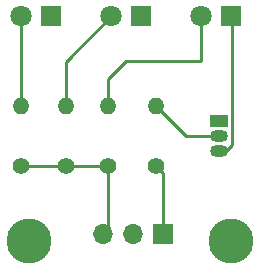
<source format=gbr>
%TF.GenerationSoftware,KiCad,Pcbnew,7.0.1*%
%TF.CreationDate,2023-04-08T16:50:17+02:00*%
%TF.ProjectId,PCB_hello_world,5043425f-6865-46c6-9c6f-5f776f726c64,rev?*%
%TF.SameCoordinates,Original*%
%TF.FileFunction,Copper,L1,Top*%
%TF.FilePolarity,Positive*%
%FSLAX46Y46*%
G04 Gerber Fmt 4.6, Leading zero omitted, Abs format (unit mm)*
G04 Created by KiCad (PCBNEW 7.0.1) date 2023-04-08 16:50:17*
%MOMM*%
%LPD*%
G01*
G04 APERTURE LIST*
%TA.AperFunction,ComponentPad*%
%ADD10C,1.400000*%
%TD*%
%TA.AperFunction,ComponentPad*%
%ADD11O,1.400000X1.400000*%
%TD*%
%TA.AperFunction,ComponentPad*%
%ADD12R,1.800000X1.800000*%
%TD*%
%TA.AperFunction,ComponentPad*%
%ADD13C,1.800000*%
%TD*%
%TA.AperFunction,ComponentPad*%
%ADD14C,2.600000*%
%TD*%
%TA.AperFunction,ConnectorPad*%
%ADD15C,3.800000*%
%TD*%
%TA.AperFunction,ComponentPad*%
%ADD16R,1.500000X1.050000*%
%TD*%
%TA.AperFunction,ComponentPad*%
%ADD17O,1.500000X1.050000*%
%TD*%
%TA.AperFunction,ComponentPad*%
%ADD18R,1.700000X1.700000*%
%TD*%
%TA.AperFunction,ComponentPad*%
%ADD19O,1.700000X1.700000*%
%TD*%
%TA.AperFunction,Conductor*%
%ADD20C,0.250000*%
%TD*%
G04 APERTURE END LIST*
D10*
%TO.P,R4,1*%
%TO.N,/SIG_5*%
X149860000Y-116205000D03*
D11*
%TO.P,R4,2*%
%TO.N,Net-(Q1-G)*%
X149860000Y-111125000D03*
%TD*%
D12*
%TO.P,D3,1,K*%
%TO.N,Net-(D1-K)*%
X156215000Y-103535000D03*
D13*
%TO.P,D3,2,A*%
%TO.N,Net-(D3-A)*%
X153675000Y-103535000D03*
%TD*%
D14*
%TO.P,H1,1*%
%TO.N,N/C*%
X139065000Y-122555000D03*
D15*
X139065000Y-122555000D03*
%TD*%
D10*
%TO.P,R2,1*%
%TO.N,/5V*%
X142240000Y-116205000D03*
D11*
%TO.P,R2,2*%
%TO.N,Net-(D2-A)*%
X142240000Y-111125000D03*
%TD*%
D16*
%TO.P,Q1,1,S*%
%TO.N,/GND*%
X155215000Y-112395000D03*
D17*
%TO.P,Q1,2,G*%
%TO.N,Net-(Q1-G)*%
X155215000Y-113665000D03*
%TO.P,Q1,3,D*%
%TO.N,Net-(D1-K)*%
X155215000Y-114935000D03*
%TD*%
D18*
%TO.P,J1,1,Pin_1*%
%TO.N,/SIG_5*%
X150480000Y-121990000D03*
D19*
%TO.P,J1,2,Pin_2*%
%TO.N,/GND*%
X147940000Y-121990000D03*
%TO.P,J1,3,Pin_3*%
%TO.N,/5V*%
X145400000Y-121990000D03*
%TD*%
D10*
%TO.P,R3,1*%
%TO.N,/5V*%
X145775000Y-116205000D03*
D11*
%TO.P,R3,2*%
%TO.N,Net-(D3-A)*%
X145775000Y-111125000D03*
%TD*%
D10*
%TO.P,R1,1*%
%TO.N,/5V*%
X138430000Y-116205000D03*
D11*
%TO.P,R1,2*%
%TO.N,Net-(D1-A)*%
X138430000Y-111125000D03*
%TD*%
D12*
%TO.P,D1,1,K*%
%TO.N,Net-(D1-K)*%
X140975000Y-103535000D03*
D13*
%TO.P,D1,2,A*%
%TO.N,Net-(D1-A)*%
X138435000Y-103535000D03*
%TD*%
D12*
%TO.P,D2,1,K*%
%TO.N,Net-(D1-K)*%
X148595000Y-103535000D03*
D13*
%TO.P,D2,2,A*%
%TO.N,Net-(D2-A)*%
X146055000Y-103535000D03*
%TD*%
D14*
%TO.P,H2,1*%
%TO.N,N/C*%
X156210000Y-122555000D03*
D15*
X156210000Y-122555000D03*
%TD*%
D20*
%TO.N,Net-(D1-K)*%
X156290000Y-114410000D02*
X155765000Y-114935000D01*
X156290000Y-103610000D02*
X156290000Y-114410000D01*
X156215000Y-103535000D02*
X156290000Y-103610000D01*
X155765000Y-114935000D02*
X155215000Y-114935000D01*
X156845000Y-104165000D02*
X156215000Y-103535000D01*
%TO.N,Net-(D1-A)*%
X138435000Y-111120000D02*
X138430000Y-111125000D01*
X138435000Y-103535000D02*
X138435000Y-111120000D01*
%TO.N,Net-(D2-A)*%
X146055000Y-103535000D02*
X142240000Y-107350000D01*
X142240000Y-107350000D02*
X142240000Y-111125000D01*
%TO.N,Net-(D3-A)*%
X147320000Y-107315000D02*
X145775000Y-108860000D01*
X153675000Y-107315000D02*
X147320000Y-107315000D01*
X145775000Y-108860000D02*
X145775000Y-111125000D01*
X153675000Y-103535000D02*
X153675000Y-107315000D01*
%TO.N,/SIG_5*%
X149860000Y-121370000D02*
X150480000Y-121990000D01*
X150480000Y-116825000D02*
X149860000Y-116205000D01*
X150480000Y-121990000D02*
X150480000Y-116825000D01*
%TO.N,/5V*%
X142240000Y-116205000D02*
X145775000Y-116205000D01*
X138430000Y-116205000D02*
X142240000Y-116205000D01*
X145775000Y-116205000D02*
X145775000Y-121615000D01*
X145775000Y-121615000D02*
X145400000Y-121990000D01*
%TO.N,Net-(Q1-G)*%
X152400000Y-113665000D02*
X155215000Y-113665000D01*
X149860000Y-111125000D02*
X152400000Y-113665000D01*
%TD*%
M02*

</source>
